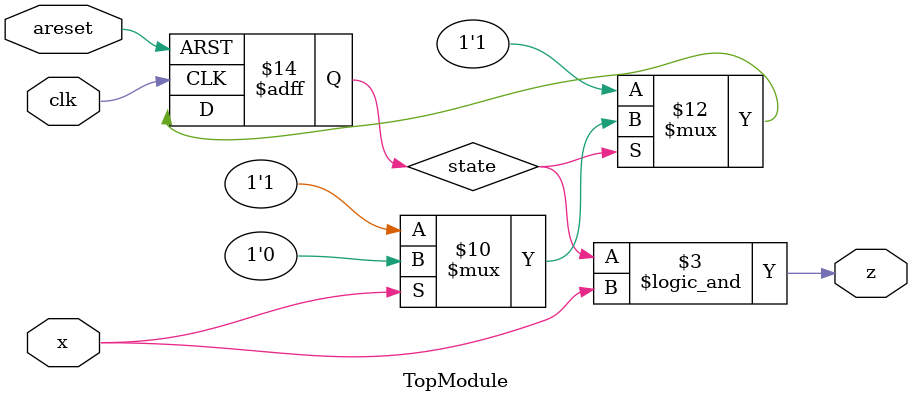
<source format=sv>

module TopModule (
  input clk,
  input areset,
  input x,
  output z
);
always @(posedge clk or posedge areset) begin
    if (areset) begin
        state <= 2'b01; // State A is active
    end else begin
        case (state)
            2'b01: // State A
                if (x) begin
                    state <= 2'b10; // Transition to state B
                end else begin
                    state <= 2'b01; // Stay in state A
                end
            2'b10: // State B
                state <= 2'b10; // Always stay in state B
            default: state <= 2'b01; // Default to state A
        endcase
    end
end

assign z = (state == 2'b01 && x) || (state == 2'b10 && ~x);

endmodule

</source>
